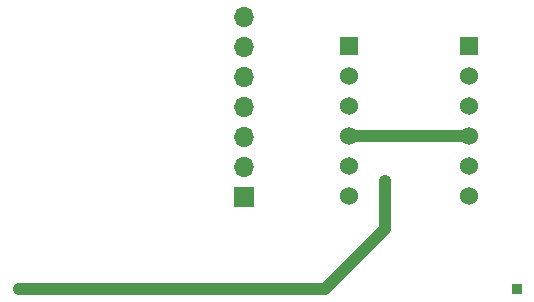
<source format=gbl>
G04 #@! TF.GenerationSoftware,KiCad,Pcbnew,7.0.2*
G04 #@! TF.CreationDate,2024-09-29T20:12:52-04:00*
G04 #@! TF.ProjectId,GPIO_circuit,4750494f-5f63-4697-9263-7569742e6b69,rev?*
G04 #@! TF.SameCoordinates,Original*
G04 #@! TF.FileFunction,Copper,L2,Bot*
G04 #@! TF.FilePolarity,Positive*
%FSLAX46Y46*%
G04 Gerber Fmt 4.6, Leading zero omitted, Abs format (unit mm)*
G04 Created by KiCad (PCBNEW 7.0.2) date 2024-09-29 20:12:52*
%MOMM*%
%LPD*%
G01*
G04 APERTURE LIST*
G04 #@! TA.AperFunction,ComponentPad*
%ADD10R,0.850000X0.850000*%
G04 #@! TD*
G04 #@! TA.AperFunction,ComponentPad*
%ADD11R,1.700000X1.700000*%
G04 #@! TD*
G04 #@! TA.AperFunction,ComponentPad*
%ADD12O,1.700000X1.700000*%
G04 #@! TD*
G04 #@! TA.AperFunction,ComponentPad*
%ADD13C,1.524000*%
G04 #@! TD*
G04 #@! TA.AperFunction,ComponentPad*
%ADD14R,1.524000X1.524000*%
G04 #@! TD*
G04 #@! TA.AperFunction,ViaPad*
%ADD15C,0.800000*%
G04 #@! TD*
G04 #@! TA.AperFunction,Conductor*
%ADD16C,1.000000*%
G04 #@! TD*
G04 APERTURE END LIST*
D10*
X156464000Y-85852000D03*
D11*
X133407000Y-78105000D03*
D12*
X133407000Y-75565000D03*
X133407000Y-73025000D03*
X133407000Y-70485000D03*
X133407000Y-67945000D03*
X133407000Y-65405000D03*
X133407000Y-62865000D03*
D13*
X152400000Y-72898000D03*
X142240000Y-72898000D03*
X152400000Y-70358000D03*
D14*
X152400000Y-65278000D03*
D13*
X152400000Y-67818000D03*
X152400000Y-75438000D03*
X152400000Y-77978000D03*
X142240000Y-70358000D03*
D14*
X142240000Y-65278000D03*
D13*
X142240000Y-67818000D03*
X142240000Y-75438000D03*
X142240000Y-77978000D03*
D15*
X114300000Y-85852000D03*
X145288000Y-76708000D03*
D16*
X145288000Y-80772000D02*
X140208000Y-85852000D01*
X145288000Y-76708000D02*
X145288000Y-80772000D01*
X140208000Y-85852000D02*
X114300000Y-85852000D01*
X142240000Y-72898000D02*
X152400000Y-72898000D01*
M02*

</source>
